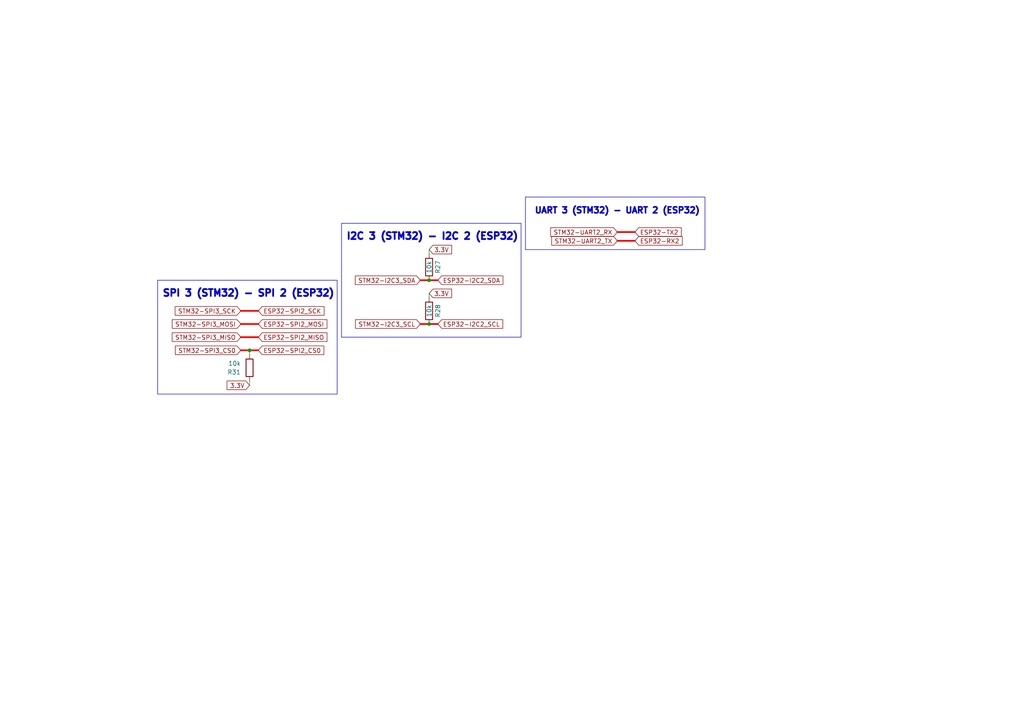
<source format=kicad_sch>
(kicad_sch (version 20230121) (generator eeschema)
  (paper "A4")
  (title_block (title "Aether Flight Computer") (company "nyuad.space"))
  (lib_symbols
    (symbol "Device:R" (pin_numbers hide) (pin_names (offset 0))
      (property "Reference" "R" (at 2.032 0 90))
      (property "Value" "R" (at 0 0 90))
      (symbol "R_0_1"
        (rectangle (start -1.016 -2.54) (end 1.016 2.54) (stroke (width 0.254)))
      )
      (symbol "R_1_1"
        (pin passive line (at 0 3.81 270) (length 1.27) (name "~") (number "1"))
        (pin passive line (at 0 -3.81 90) (length 1.27) (name "~") (number "2"))
      )
    )
  )
  (junction (at 124.46 81.28))
  (junction (at 72.39 101.6))
  (junction (at 124.46 93.98))
  (wire (pts (xy 184.15 69.85) (xy 179.07 69.85)) (stroke (width 0.5) (color 255 0 0 1)))
  (wire (pts (xy 124.46 81.28) (xy 121.92 81.28)) (stroke (width 0.5) (color 255 0 0 1)))
  (wire (pts (xy 72.39 102.87) (xy 72.39 101.6)))
  (wire (pts (xy 74.93 101.6) (xy 72.39 101.6)) (stroke (width 0.5) (color 255 0 0 1)))
  (wire (pts (xy 124.46 93.98) (xy 121.92 93.98)) (stroke (width 0.5) (color 255 0 0 1)))
  (wire (pts (xy 72.39 101.6) (xy 69.85 101.6)) (stroke (width 0.5) (color 255 0 0 1)))
  (wire (pts (xy 124.46 72.39) (xy 124.46 73.66)))
  (wire (pts (xy 124.46 85.09) (xy 124.46 86.36)))
  (wire (pts (xy 74.93 93.98) (xy 69.85 93.98)) (stroke (width 0.5) (color 255 0 0 1)))
  (wire (pts (xy 127 81.28) (xy 124.46 81.28)) (stroke (width 0.5) (color 255 0 0 1)))
  (wire (pts (xy 72.39 111.76) (xy 72.39 110.49)))
  (wire (pts (xy 74.93 97.79) (xy 69.85 97.79)) (stroke (width 0.5) (color 255 0 0 1)))
  (wire (pts (xy 127 93.98) (xy 124.46 93.98)) (stroke (width 0.5) (color 255 0 0 1)))
  (wire (pts (xy 74.93 90.17) (xy 69.85 90.17)) (stroke (width 0.5) (color 255 0 0 1)))
  (wire (pts (xy 184.15 67.31) (xy 179.07 67.31)) (stroke (width 0.5) (color 255 0 0 1)))
  (rectangle (start 45.72 81.28) (end 97.79 114.3))
  (rectangle (start 99.06 64.77) (end 151.13 97.79))
  (rectangle (start 152.4 57.15) (end 204.47 72.39))
  (text "I2C 3 (STM32) - I2C 2 (ESP32)\n" (at 100.33 69.85 0) (effects (font (size 2 2) (thickness 0.8) bold) (justify left bottom)))
  (text "UART 3 (STM32) - UART 2 (ESP32)\n" (at 154.94 62.23 0) (effects (font (size 1.75 1.75) (thickness 0.8) bold) (justify left bottom)))
  (text "SPI 3 (STM32) - SPI 2 (ESP32)\n" (at 46.99 86.36 0) (effects (font (size 2 2) (thickness 0.8) bold) (justify left bottom)))
  (global_label "STM32-SPI3_MISO" (shape input) (at 69.85 97.79 180) (property "Intersheetrefs" "${INTERSHEET_REFS}" (effects hide)))
  (global_label "ESP32-I2C2_SCL" (shape input) (at 127 93.98 0) (property "Intersheetrefs" "${INTERSHEET_REFS}" (effects hide)))
  (global_label "STM32-SPI3_SCK" (shape input) (at 69.85 90.17 180) (property "Intersheetrefs" "${INTERSHEET_REFS}" (effects hide)))
  (global_label "3.3V" (shape input) (at 72.39 111.76 180) (property "Intersheetrefs" "${INTERSHEET_REFS}" (effects hide)))
  (global_label "ESP32-I2C2_SDA" (shape input) (at 127 81.28 0) (property "Intersheetrefs" "${INTERSHEET_REFS}" (effects hide)))
  (global_label "ESP32-TX2" (shape input) (at 184.15 67.31 0) (property "Intersheetrefs" "${INTERSHEET_REFS}" (effects hide)))
  (global_label "ESP32-SPI2_MISO" (shape input) (at 74.93 97.79 0) (property "Intersheetrefs" "${INTERSHEET_REFS}" (effects hide)))
  (global_label "3.3V" (shape input) (at 124.46 85.09 0) (property "Intersheetrefs" "${INTERSHEET_REFS}" (effects hide)))
  (global_label "ESP32-SPI2_MOSI" (shape input) (at 74.93 93.98 0) (property "Intersheetrefs" "${INTERSHEET_REFS}" (effects hide)))
  (global_label "STM32-SPI3_CS0" (shape input) (at 69.85 101.6 180) (property "Intersheetrefs" "${INTERSHEET_REFS}" (effects hide)))
  (global_label "STM32-UART2_RX" (shape input) (at 179.07 67.31 180) (property "Intersheetrefs" "${INTERSHEET_REFS}" (effects hide)))
  (global_label "STM32-SPI3_MOSI" (shape input) (at 69.85 93.98 180) (property "Intersheetrefs" "${INTERSHEET_REFS}" (effects hide)))
  (global_label "ESP32-RX2" (shape input) (at 184.15 69.85 0) (property "Intersheetrefs" "${INTERSHEET_REFS}" (effects hide)))
  (global_label "STM32-I2C3_SDA" (shape input) (at 121.92 81.28 180) (property "Intersheetrefs" "${INTERSHEET_REFS}" (effects hide)))
  (global_label "STM32-I2C3_SCL" (shape input) (at 121.92 93.98 180) (property "Intersheetrefs" "${INTERSHEET_REFS}" (effects hide)))
  (global_label "ESP32-SPI2_SCK" (shape input) (at 74.93 90.17 0) (property "Intersheetrefs" "${INTERSHEET_REFS}" (effects hide)))
  (global_label "ESP32-SPI2_CS0" (shape input) (at 74.93 101.6 0) (property "Intersheetrefs" "${INTERSHEET_REFS}" (effects hide)))
  (global_label "3.3V" (shape input) (at 124.46 72.39 0) (property "Intersheetrefs" "${INTERSHEET_REFS}" (effects hide)))
  (global_label "STM32-UART2_TX" (shape input) (at 179.07 69.85 180) (property "Intersheetrefs" "${INTERSHEET_REFS}" (effects hide)))
  (symbol (lib_id "Device:R") (at 124.46 77.47 180) (unit 1)
    (property "Reference" "R27" (at 127 77.47 90))
    (property "Value" "10k" (at 124.46 77.47 90))
    (property "Footprint" "Resistor_SMD:R_0201_0603Metric" (effects hide))
    (instances (project "aether" (path "" (reference "R27") (unit 1)) (path "" (reference "R28") (unit 1))))
  )
  (symbol (lib_id "Device:R") (at 72.39 106.68 180) (unit 1)
    (property "Reference" "R31" (at 69.85 107.95 0) (effects (justify left)))
    (property "Value" "10k" (at 69.85 105.41 0) (effects (justify left)))
    (property "Footprint" "Resistor_SMD:R_0201_0603Metric" (effects hide))
    (instances (project "aether" (path "" (reference "R31") (unit 1)) (path "" (reference "R27") (unit 1))))
  )
  (symbol (lib_id "Device:R") (at 124.46 90.17 180) (unit 1)
    (property "Reference" "R28" (at 127 90.17 90))
    (property "Value" "10k" (at 124.46 90.17 90))
    (property "Footprint" "Resistor_SMD:R_0201_0603Metric" (effects hide))
    (instances (project "aether" (path "" (reference "R28") (unit 1)) (path "" (reference "R31") (unit 1))))
  )
)
</source>
